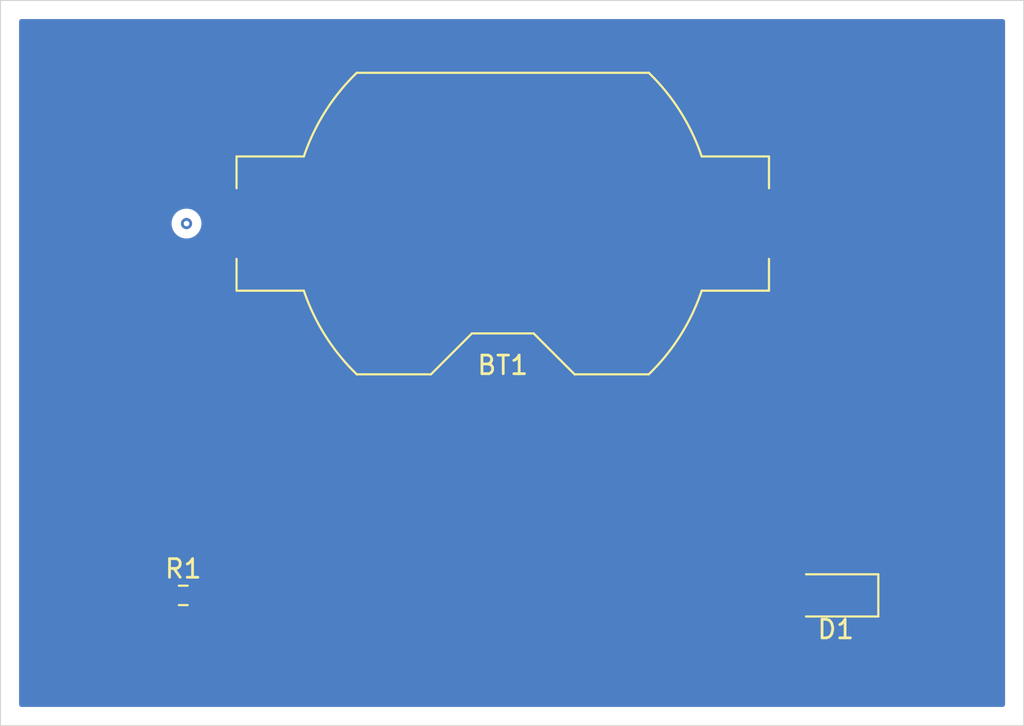
<source format=kicad_pcb>
(kicad_pcb (version 20241229) (generator "pcbnew") (generator_version "9.0")
  (title_block (title "TempME") (rev "0"))
  (layers (0 "F.Cu" signal) (2 "B.Cu" signal) (13 "F.Paste" user) (15 "B.Paste" user) (5 "F.SilkS" user "F.Silkscreen") (7 "B.SilkS" user "B.Silkscreen") (1 "F.Mask" user) (3 "B.Mask" user) (25 "Edge.Cuts" user))
  (net 0 "")
  (net 1 "VCC")
  (net 2 "Earth")
  (net 3 "/led")
  (footprint "Resistor_SMD:R_0603_1608Metric" (layer "F.Cu") (at 123.825 119)
    (property "Reference" "R1" (at 0 -1.43 0) (layer "F.SilkS"))
    (property "Value" "1k")
    (fp_line (start -0.237258 -0.5225) (end 0.237258 -0.5225) (stroke (width 0.12)) (layer "F.SilkS"))
    (fp_line (start -0.237258 0.5225) (end 0.237258 0.5225) (stroke (width 0.12)) (layer "F.SilkS"))
    (pad "1" smd roundrect (at -0.825 0) (size 0.8 0.95) (layers "F.Cu" "F.Mask" "F.Paste") (net 1 "VCC"))
    (pad "2" smd roundrect (at 0.825 0) (size 0.8 0.95) (layers "F.Cu" "F.Mask" "F.Paste") (net 3 "/led"))
  )
  (footprint "Battery:BatteryHolder_Keystone_1058_1x2032" (layer "F.Cu") (at 141 99)
    (property "Reference" "BT1" (at 0 7.62 0) (layer "F.SilkS"))
    (property "Value" "3v")
    (fp_line (start -14.31 -3.61) (end -10.692 -3.61) (stroke (width 0.12)) (layer "F.SilkS"))
    (fp_line (start -14.31 -1.9) (end -14.31 -3.61) (stroke (width 0.12)) (layer "F.SilkS"))
    (fp_line (start -14.31 1.9) (end -14.31 3.61) (stroke (width 0.12)) (layer "F.SilkS"))
    (fp_line (start -10.692 3.61) (end -14.31 3.61) (stroke (width 0.12)) (layer "F.SilkS"))
    (fp_line (start -7.8473 -8.11) (end 7.8473 -8.11) (stroke (width 0.12)) (layer "F.SilkS"))
    (fp_line (start -3.86 8.11) (end -7.8473 8.11) (stroke (width 0.12)) (layer "F.SilkS"))
    (fp_line (start -1.66 5.91) (end -3.86 8.11) (stroke (width 0.12)) (layer "F.SilkS"))
    (fp_line (start 1.66 5.91) (end -1.66 5.91) (stroke (width 0.12)) (layer "F.SilkS"))
    (fp_line (start 1.66 5.91) (end 3.86 8.11) (stroke (width 0.12)) (layer "F.SilkS"))
    (fp_line (start 7.8473 8.11) (end 3.86 8.11) (stroke (width 0.12)) (layer "F.SilkS"))
    (fp_line (start 10.692 -3.61) (end 14.31 -3.61) (stroke (width 0.12)) (layer "F.SilkS"))
    (fp_line (start 14.31 -1.9) (end 14.31 -3.61) (stroke (width 0.12)) (layer "F.SilkS"))
    (fp_line (start 14.31 1.9) (end 14.31 3.61) (stroke (width 0.12)) (layer "F.SilkS"))
    (fp_line (start 14.31 3.61) (end 10.692 3.61) (stroke (width 0.12)) (layer "F.SilkS"))
    (fp_arc (start -10.692 -3.61) (mid -9.538084 -6.031244) (end -7.845371 -8.111789) (stroke (width 0.12)) (layer "F.SilkS"))
    (fp_arc (start -7.845371 8.111789) (mid -9.538085 6.031244) (end -10.692 3.61) (stroke (width 0.12)) (layer "F.SilkS"))
    (fp_arc (start 7.845371 -8.111789) (mid 9.538085 -6.031244) (end 10.692 -3.61) (stroke (width 0.12)) (layer "F.SilkS"))
    (fp_arc (start 10.692 3.61) (mid 9.538084 6.031244) (end 7.845371 8.111789) (stroke (width 0.12)) (layer "F.SilkS"))
    (pad "1" smd rect (at -14.68 0) (size 2.54 3.51) (layers "F.Cu" "F.Mask" "F.Paste") (net 1 "VCC"))
    (pad "2" smd rect (at 14.68 0) (size 2.54 3.51) (layers "F.Cu" "F.Mask" "F.Paste") (net 2 "Earth"))
  )
  (footprint "LED_SMD:LED_1206_3216Metric" (layer "F.Cu") (at 158.9 119 180)
    (property "Reference" "D1" (at 0 -1.83 0) (layer "F.SilkS"))
    (property "Value" "red")
    (fp_line (start 1.6 -1.135) (end -2.285 -1.135) (stroke (width 0.12)) (layer "F.SilkS"))
    (fp_line (start -2.285 1.135) (end 1.6 1.135) (stroke (width 0.12)) (layer "F.SilkS"))
    (fp_line (start -2.285 -1.135) (end -2.285 1.135) (stroke (width 0.12)) (layer "F.SilkS"))
    (pad "1" smd roundrect (at -1.4 0 180) (size 1.25 1.75) (layers "F.Cu" "F.Mask" "F.Paste") (roundrect_rratio 0.2) (net 2 "Earth"))
    (pad "2" smd roundrect (at 1.4 0 180) (size 1.25 1.75) (layers "F.Cu" "F.Mask" "F.Paste") (roundrect_rratio 0.2) (net 3 "/led"))
  )
  (gr_rect (start 114 87) (end 169 126) (stroke (width 0.05)) (fill no) (layer "Edge.Cuts"))
  (segment (start 126.32 105.68) (end 123 109) (width 0.2) (layer "F.Cu") (net 1))
  (segment (start 126.32 99) (end 126.32 105.68) (width 0.2) (layer "F.Cu") (net 1))
  (segment (start 123 109) (end 123 119) (width 0.2) (layer "F.Cu") (net 1))
  (via (at 124 99) (size 0.6) (drill 0.3) (layers "F.Cu" "B.Cu") (net 1))
  (segment (start 160.3 119) (end 160.3 103.62) (width 0.2) (layer "F.Cu") (net 2))
  (segment (start 160.3 103.62) (end 155.68 99) (width 0.2) (layer "F.Cu") (net 2))
  (segment (start 160.4 99.025) (end 160.425 99) (width 0.2) (layer "F.Cu") (net 2))
  (segment (start 157.6 119) (end 124.65 119) (width 0.2) (layer "F.Cu") (net 3))
  (zone (net 2) (net_name "Earth") (layer "B.Cu") (connect_pads (clearance 0.5)) (min_thickness 0.25) (fill yes (thermal_gap 0.5) (thermal_bridge_width 0.5))
    (polygon (pts (xy 115 88) (xy 168 88) (xy 168 125) (xy 115 125)))
  )
)
</source>
